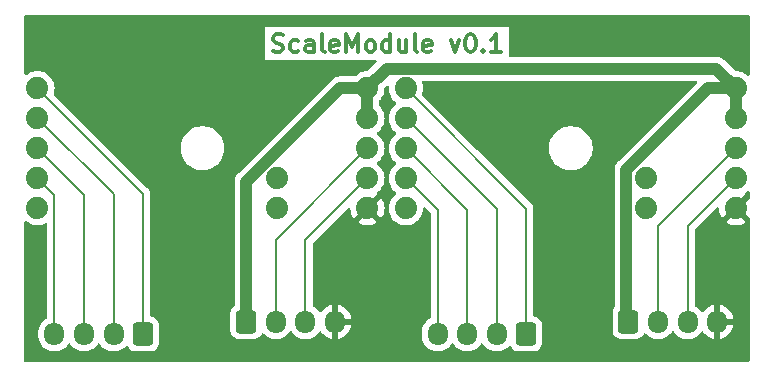
<source format=gtl>
%TF.GenerationSoftware,KiCad,Pcbnew,8.0.1*%
%TF.CreationDate,2024-04-28T18:39:05+02:00*%
%TF.ProjectId,ScaleModule,5363616c-654d-46f6-9475-6c652e6b6963,v0.1*%
%TF.SameCoordinates,Original*%
%TF.FileFunction,Copper,L1,Top*%
%TF.FilePolarity,Positive*%
%FSLAX46Y46*%
G04 Gerber Fmt 4.6, Leading zero omitted, Abs format (unit mm)*
G04 Created by KiCad (PCBNEW 8.0.1) date 2024-04-28 18:39:05*
%MOMM*%
%LPD*%
G01*
G04 APERTURE LIST*
G04 Aperture macros list*
%AMRoundRect*
0 Rectangle with rounded corners*
0 $1 Rounding radius*
0 $2 $3 $4 $5 $6 $7 $8 $9 X,Y pos of 4 corners*
0 Add a 4 corners polygon primitive as box body*
4,1,4,$2,$3,$4,$5,$6,$7,$8,$9,$2,$3,0*
0 Add four circle primitives for the rounded corners*
1,1,$1+$1,$2,$3*
1,1,$1+$1,$4,$5*
1,1,$1+$1,$6,$7*
1,1,$1+$1,$8,$9*
0 Add four rect primitives between the rounded corners*
20,1,$1+$1,$2,$3,$4,$5,0*
20,1,$1+$1,$4,$5,$6,$7,0*
20,1,$1+$1,$6,$7,$8,$9,0*
20,1,$1+$1,$8,$9,$2,$3,0*%
G04 Aperture macros list end*
%ADD10C,0.300000*%
%TA.AperFunction,NonConductor*%
%ADD11C,0.300000*%
%TD*%
%TA.AperFunction,ComponentPad*%
%ADD12RoundRect,0.250000X-0.600000X-0.725000X0.600000X-0.725000X0.600000X0.725000X-0.600000X0.725000X0*%
%TD*%
%TA.AperFunction,ComponentPad*%
%ADD13O,1.700000X1.950000*%
%TD*%
%TA.AperFunction,ComponentPad*%
%ADD14RoundRect,0.250000X0.600000X0.725000X-0.600000X0.725000X-0.600000X-0.725000X0.600000X-0.725000X0*%
%TD*%
%TA.AperFunction,ComponentPad*%
%ADD15C,1.879600*%
%TD*%
%TA.AperFunction,Conductor*%
%ADD16C,0.200000*%
%TD*%
%TA.AperFunction,Conductor*%
%ADD17C,1.000000*%
%TD*%
G04 APERTURE END LIST*
D10*
D11*
X130757144Y-92406900D02*
X130971430Y-92478328D01*
X130971430Y-92478328D02*
X131328572Y-92478328D01*
X131328572Y-92478328D02*
X131471430Y-92406900D01*
X131471430Y-92406900D02*
X131542858Y-92335471D01*
X131542858Y-92335471D02*
X131614287Y-92192614D01*
X131614287Y-92192614D02*
X131614287Y-92049757D01*
X131614287Y-92049757D02*
X131542858Y-91906900D01*
X131542858Y-91906900D02*
X131471430Y-91835471D01*
X131471430Y-91835471D02*
X131328572Y-91764042D01*
X131328572Y-91764042D02*
X131042858Y-91692614D01*
X131042858Y-91692614D02*
X130900001Y-91621185D01*
X130900001Y-91621185D02*
X130828572Y-91549757D01*
X130828572Y-91549757D02*
X130757144Y-91406900D01*
X130757144Y-91406900D02*
X130757144Y-91264042D01*
X130757144Y-91264042D02*
X130828572Y-91121185D01*
X130828572Y-91121185D02*
X130900001Y-91049757D01*
X130900001Y-91049757D02*
X131042858Y-90978328D01*
X131042858Y-90978328D02*
X131400001Y-90978328D01*
X131400001Y-90978328D02*
X131614287Y-91049757D01*
X132900001Y-92406900D02*
X132757143Y-92478328D01*
X132757143Y-92478328D02*
X132471429Y-92478328D01*
X132471429Y-92478328D02*
X132328572Y-92406900D01*
X132328572Y-92406900D02*
X132257143Y-92335471D01*
X132257143Y-92335471D02*
X132185715Y-92192614D01*
X132185715Y-92192614D02*
X132185715Y-91764042D01*
X132185715Y-91764042D02*
X132257143Y-91621185D01*
X132257143Y-91621185D02*
X132328572Y-91549757D01*
X132328572Y-91549757D02*
X132471429Y-91478328D01*
X132471429Y-91478328D02*
X132757143Y-91478328D01*
X132757143Y-91478328D02*
X132900001Y-91549757D01*
X134185715Y-92478328D02*
X134185715Y-91692614D01*
X134185715Y-91692614D02*
X134114286Y-91549757D01*
X134114286Y-91549757D02*
X133971429Y-91478328D01*
X133971429Y-91478328D02*
X133685715Y-91478328D01*
X133685715Y-91478328D02*
X133542857Y-91549757D01*
X134185715Y-92406900D02*
X134042857Y-92478328D01*
X134042857Y-92478328D02*
X133685715Y-92478328D01*
X133685715Y-92478328D02*
X133542857Y-92406900D01*
X133542857Y-92406900D02*
X133471429Y-92264042D01*
X133471429Y-92264042D02*
X133471429Y-92121185D01*
X133471429Y-92121185D02*
X133542857Y-91978328D01*
X133542857Y-91978328D02*
X133685715Y-91906900D01*
X133685715Y-91906900D02*
X134042857Y-91906900D01*
X134042857Y-91906900D02*
X134185715Y-91835471D01*
X135114286Y-92478328D02*
X134971429Y-92406900D01*
X134971429Y-92406900D02*
X134900000Y-92264042D01*
X134900000Y-92264042D02*
X134900000Y-90978328D01*
X136257143Y-92406900D02*
X136114286Y-92478328D01*
X136114286Y-92478328D02*
X135828572Y-92478328D01*
X135828572Y-92478328D02*
X135685714Y-92406900D01*
X135685714Y-92406900D02*
X135614286Y-92264042D01*
X135614286Y-92264042D02*
X135614286Y-91692614D01*
X135614286Y-91692614D02*
X135685714Y-91549757D01*
X135685714Y-91549757D02*
X135828572Y-91478328D01*
X135828572Y-91478328D02*
X136114286Y-91478328D01*
X136114286Y-91478328D02*
X136257143Y-91549757D01*
X136257143Y-91549757D02*
X136328572Y-91692614D01*
X136328572Y-91692614D02*
X136328572Y-91835471D01*
X136328572Y-91835471D02*
X135614286Y-91978328D01*
X136971428Y-92478328D02*
X136971428Y-90978328D01*
X136971428Y-90978328D02*
X137471428Y-92049757D01*
X137471428Y-92049757D02*
X137971428Y-90978328D01*
X137971428Y-90978328D02*
X137971428Y-92478328D01*
X138900000Y-92478328D02*
X138757143Y-92406900D01*
X138757143Y-92406900D02*
X138685714Y-92335471D01*
X138685714Y-92335471D02*
X138614286Y-92192614D01*
X138614286Y-92192614D02*
X138614286Y-91764042D01*
X138614286Y-91764042D02*
X138685714Y-91621185D01*
X138685714Y-91621185D02*
X138757143Y-91549757D01*
X138757143Y-91549757D02*
X138900000Y-91478328D01*
X138900000Y-91478328D02*
X139114286Y-91478328D01*
X139114286Y-91478328D02*
X139257143Y-91549757D01*
X139257143Y-91549757D02*
X139328572Y-91621185D01*
X139328572Y-91621185D02*
X139400000Y-91764042D01*
X139400000Y-91764042D02*
X139400000Y-92192614D01*
X139400000Y-92192614D02*
X139328572Y-92335471D01*
X139328572Y-92335471D02*
X139257143Y-92406900D01*
X139257143Y-92406900D02*
X139114286Y-92478328D01*
X139114286Y-92478328D02*
X138900000Y-92478328D01*
X140685715Y-92478328D02*
X140685715Y-90978328D01*
X140685715Y-92406900D02*
X140542857Y-92478328D01*
X140542857Y-92478328D02*
X140257143Y-92478328D01*
X140257143Y-92478328D02*
X140114286Y-92406900D01*
X140114286Y-92406900D02*
X140042857Y-92335471D01*
X140042857Y-92335471D02*
X139971429Y-92192614D01*
X139971429Y-92192614D02*
X139971429Y-91764042D01*
X139971429Y-91764042D02*
X140042857Y-91621185D01*
X140042857Y-91621185D02*
X140114286Y-91549757D01*
X140114286Y-91549757D02*
X140257143Y-91478328D01*
X140257143Y-91478328D02*
X140542857Y-91478328D01*
X140542857Y-91478328D02*
X140685715Y-91549757D01*
X142042858Y-91478328D02*
X142042858Y-92478328D01*
X141400000Y-91478328D02*
X141400000Y-92264042D01*
X141400000Y-92264042D02*
X141471429Y-92406900D01*
X141471429Y-92406900D02*
X141614286Y-92478328D01*
X141614286Y-92478328D02*
X141828572Y-92478328D01*
X141828572Y-92478328D02*
X141971429Y-92406900D01*
X141971429Y-92406900D02*
X142042858Y-92335471D01*
X142971429Y-92478328D02*
X142828572Y-92406900D01*
X142828572Y-92406900D02*
X142757143Y-92264042D01*
X142757143Y-92264042D02*
X142757143Y-90978328D01*
X144114286Y-92406900D02*
X143971429Y-92478328D01*
X143971429Y-92478328D02*
X143685715Y-92478328D01*
X143685715Y-92478328D02*
X143542857Y-92406900D01*
X143542857Y-92406900D02*
X143471429Y-92264042D01*
X143471429Y-92264042D02*
X143471429Y-91692614D01*
X143471429Y-91692614D02*
X143542857Y-91549757D01*
X143542857Y-91549757D02*
X143685715Y-91478328D01*
X143685715Y-91478328D02*
X143971429Y-91478328D01*
X143971429Y-91478328D02*
X144114286Y-91549757D01*
X144114286Y-91549757D02*
X144185715Y-91692614D01*
X144185715Y-91692614D02*
X144185715Y-91835471D01*
X144185715Y-91835471D02*
X143471429Y-91978328D01*
X145828571Y-91478328D02*
X146185714Y-92478328D01*
X146185714Y-92478328D02*
X146542857Y-91478328D01*
X147400000Y-90978328D02*
X147542857Y-90978328D01*
X147542857Y-90978328D02*
X147685714Y-91049757D01*
X147685714Y-91049757D02*
X147757143Y-91121185D01*
X147757143Y-91121185D02*
X147828571Y-91264042D01*
X147828571Y-91264042D02*
X147900000Y-91549757D01*
X147900000Y-91549757D02*
X147900000Y-91906900D01*
X147900000Y-91906900D02*
X147828571Y-92192614D01*
X147828571Y-92192614D02*
X147757143Y-92335471D01*
X147757143Y-92335471D02*
X147685714Y-92406900D01*
X147685714Y-92406900D02*
X147542857Y-92478328D01*
X147542857Y-92478328D02*
X147400000Y-92478328D01*
X147400000Y-92478328D02*
X147257143Y-92406900D01*
X147257143Y-92406900D02*
X147185714Y-92335471D01*
X147185714Y-92335471D02*
X147114285Y-92192614D01*
X147114285Y-92192614D02*
X147042857Y-91906900D01*
X147042857Y-91906900D02*
X147042857Y-91549757D01*
X147042857Y-91549757D02*
X147114285Y-91264042D01*
X147114285Y-91264042D02*
X147185714Y-91121185D01*
X147185714Y-91121185D02*
X147257143Y-91049757D01*
X147257143Y-91049757D02*
X147400000Y-90978328D01*
X148542856Y-92335471D02*
X148614285Y-92406900D01*
X148614285Y-92406900D02*
X148542856Y-92478328D01*
X148542856Y-92478328D02*
X148471428Y-92406900D01*
X148471428Y-92406900D02*
X148542856Y-92335471D01*
X148542856Y-92335471D02*
X148542856Y-92478328D01*
X150042857Y-92478328D02*
X149185714Y-92478328D01*
X149614285Y-92478328D02*
X149614285Y-90978328D01*
X149614285Y-90978328D02*
X149471428Y-91192614D01*
X149471428Y-91192614D02*
X149328571Y-91335471D01*
X149328571Y-91335471D02*
X149185714Y-91406900D01*
D12*
%TO.P,J2_2,1,Pin_1*%
%TO.N,+3.3V*%
X160850000Y-115295000D03*
D13*
%TO.P,J2_2,2,Pin_2*%
%TO.N,Net-(J2_2-Pin_2)*%
X163350000Y-115295000D03*
%TO.P,J2_2,3,Pin_3*%
%TO.N,Net-(J2_2-Pin_3)*%
X165850000Y-115295000D03*
%TO.P,J2_2,4,Pin_4*%
%TO.N,GND*%
X168350000Y-115295000D03*
%TD*%
D14*
%TO.P,J2_1,1,Pin_1*%
%TO.N,Net-(J2_1-Pin_1)*%
X152200000Y-116345000D03*
D13*
%TO.P,J2_1,2,Pin_2*%
%TO.N,Net-(J2_1-Pin_2)*%
X149700000Y-116345000D03*
%TO.P,J2_1,3,Pin_3*%
%TO.N,Net-(J2_1-Pin_3)*%
X147200000Y-116345000D03*
%TO.P,J2_1,4,Pin_4*%
%TO.N,Net-(J2_1-Pin_4)*%
X144700000Y-116345000D03*
%TD*%
D12*
%TO.P,J1_2,1,Pin_1*%
%TO.N,+3.3V*%
X128500000Y-115295000D03*
D13*
%TO.P,J1_2,2,Pin_2*%
%TO.N,Net-(J1_2-Pin_2)*%
X131000000Y-115295000D03*
%TO.P,J1_2,3,Pin_3*%
%TO.N,Net-(J1_2-Pin_3)*%
X133500000Y-115295000D03*
%TO.P,J1_2,4,Pin_4*%
%TO.N,GND*%
X136000000Y-115295000D03*
%TD*%
D14*
%TO.P,J1_1,1,Pin_1*%
%TO.N,Net-(J1_1-Pin_1)*%
X119750000Y-116345000D03*
D13*
%TO.P,J1_1,2,Pin_2*%
%TO.N,Net-(J1_1-Pin_2)*%
X117250000Y-116345000D03*
%TO.P,J1_1,3,Pin_3*%
%TO.N,Net-(J1_1-Pin_3)*%
X114750000Y-116345000D03*
%TO.P,J1_1,4,Pin_4*%
%TO.N,Net-(J1_1-Pin_4)*%
X112250000Y-116345000D03*
%TD*%
D15*
%TO.P,U1,1,RED*%
%TO.N,Net-(J1_1-Pin_1)*%
X110810000Y-95520000D03*
%TO.P,U1,2,BLK*%
%TO.N,Net-(J1_1-Pin_2)*%
X110810000Y-98060000D03*
%TO.P,U1,3,WHT*%
%TO.N,Net-(J1_1-Pin_3)*%
X110810000Y-100600000D03*
%TO.P,U1,4,GRN*%
%TO.N,Net-(J1_1-Pin_4)*%
X110810000Y-103140000D03*
%TO.P,U1,5,YLW*%
%TO.N,unconnected-(U1-YLW-Pad5)*%
X110810000Y-105680000D03*
%TO.P,U1,6,GND*%
%TO.N,GND*%
X138750000Y-105680000D03*
%TO.P,U1,7,CLK*%
%TO.N,Net-(J1_2-Pin_3)*%
X138750000Y-103140000D03*
%TO.P,U1,8,DAT*%
%TO.N,Net-(J1_2-Pin_2)*%
X138750000Y-100600000D03*
%TO.P,U1,9,VCC*%
%TO.N,+3.3V*%
X138750000Y-98060000D03*
%TO.P,U1,10,VDD*%
X138750000Y-95520000D03*
%TO.P,U1,11,B+*%
%TO.N,unconnected-(U1-B+-Pad11)*%
X131130000Y-103140000D03*
%TO.P,U1,12,B-*%
%TO.N,unconnected-(U1-B--Pad12)*%
X131130000Y-105680000D03*
%TD*%
%TO.P,U2,1,RED*%
%TO.N,Net-(J2_1-Pin_1)*%
X142000000Y-95520000D03*
%TO.P,U2,2,BLK*%
%TO.N,Net-(J2_1-Pin_2)*%
X142000000Y-98060000D03*
%TO.P,U2,3,WHT*%
%TO.N,Net-(J2_1-Pin_3)*%
X142000000Y-100600000D03*
%TO.P,U2,4,GRN*%
%TO.N,Net-(J2_1-Pin_4)*%
X142000000Y-103140000D03*
%TO.P,U2,5,YLW*%
%TO.N,unconnected-(U2-YLW-Pad5)*%
X142000000Y-105680000D03*
%TO.P,U2,6,GND*%
%TO.N,GND*%
X169940000Y-105680000D03*
%TO.P,U2,7,CLK*%
%TO.N,Net-(J2_2-Pin_3)*%
X169940000Y-103140000D03*
%TO.P,U2,8,DAT*%
%TO.N,Net-(J2_2-Pin_2)*%
X169940000Y-100600000D03*
%TO.P,U2,9,VCC*%
%TO.N,+3.3V*%
X169940000Y-98060000D03*
%TO.P,U2,10,VDD*%
X169940000Y-95520000D03*
%TO.P,U2,11,B+*%
%TO.N,unconnected-(U2-B+-Pad11)*%
X162320000Y-103140000D03*
%TO.P,U2,12,B-*%
%TO.N,unconnected-(U2-B--Pad12)*%
X162320000Y-105680000D03*
%TD*%
D16*
%TO.N,Net-(J1_1-Pin_4)*%
X112250000Y-104580000D02*
X110810000Y-103140000D01*
X112250000Y-116345000D02*
X112250000Y-104580000D01*
%TO.N,Net-(J1_1-Pin_3)*%
X114750000Y-104540000D02*
X110810000Y-100600000D01*
X114750000Y-116345000D02*
X114750000Y-104540000D01*
%TO.N,Net-(J1_1-Pin_1)*%
X119750000Y-104460000D02*
X110810000Y-95520000D01*
X119750000Y-116345000D02*
X119750000Y-104460000D01*
%TO.N,Net-(J1_1-Pin_2)*%
X117250000Y-104500000D02*
X110810000Y-98060000D01*
X117250000Y-116345000D02*
X117250000Y-104500000D01*
%TO.N,Net-(J1_2-Pin_2)*%
X131000000Y-108350000D02*
X131000000Y-115295000D01*
X138750000Y-100600000D02*
X131000000Y-108350000D01*
%TO.N,Net-(J1_2-Pin_3)*%
X133500000Y-108390000D02*
X133500000Y-115295000D01*
X138750000Y-103140000D02*
X133500000Y-108390000D01*
%TO.N,Net-(J2_1-Pin_1)*%
X152200000Y-116345000D02*
X152200000Y-105720000D01*
X152200000Y-105720000D02*
X142000000Y-95520000D01*
%TO.N,Net-(J2_1-Pin_3)*%
X147200000Y-105800000D02*
X142000000Y-100600000D01*
X147200000Y-116345000D02*
X147200000Y-105800000D01*
%TO.N,Net-(J2_1-Pin_4)*%
X144700000Y-105840000D02*
X142000000Y-103140000D01*
X144700000Y-116345000D02*
X144700000Y-105840000D01*
%TO.N,Net-(J2_1-Pin_2)*%
X149700000Y-116345000D02*
X149700000Y-105760000D01*
X149700000Y-105760000D02*
X142000000Y-98060000D01*
%TO.N,Net-(J2_2-Pin_3)*%
X165850000Y-107230000D02*
X165850000Y-115295000D01*
X169940000Y-103140000D02*
X165850000Y-107230000D01*
%TO.N,Net-(J2_2-Pin_2)*%
X169940000Y-100600000D02*
X163350000Y-107190000D01*
X163350000Y-107190000D02*
X163350000Y-115295000D01*
D17*
%TO.N,+3.3V*%
X167620972Y-95520000D02*
X169940000Y-95520000D01*
X128500000Y-103450972D02*
X136430972Y-95520000D01*
X168300200Y-93880200D02*
X140389800Y-93880200D01*
X160680200Y-102460772D02*
X167620972Y-95520000D01*
X138750000Y-95520000D02*
X138750000Y-98060000D01*
X140389800Y-93880200D02*
X138750000Y-95520000D01*
X160680200Y-115125200D02*
X160680200Y-102460772D01*
X169940000Y-95520000D02*
X169940000Y-98060000D01*
X128500000Y-115295000D02*
X128500000Y-103450972D01*
X160850000Y-115295000D02*
X160680200Y-115125200D01*
X136430972Y-95520000D02*
X138750000Y-95520000D01*
X169940000Y-95520000D02*
X168300200Y-93880200D01*
%TD*%
%TA.AperFunction,Conductor*%
%TO.N,GND*%
G36*
X171042539Y-89340185D02*
G01*
X171088294Y-89392989D01*
X171099500Y-89444500D01*
X171099500Y-94343678D01*
X171079815Y-94410717D01*
X171027011Y-94456472D01*
X170957853Y-94466416D01*
X170899338Y-94441532D01*
X170730470Y-94310098D01*
X170730469Y-94310097D01*
X170634152Y-94257972D01*
X170520546Y-94196491D01*
X170520541Y-94196489D01*
X170294786Y-94118988D01*
X170137826Y-94092796D01*
X170059347Y-94079700D01*
X170059346Y-94079700D01*
X169965983Y-94079700D01*
X169898944Y-94060015D01*
X169878302Y-94043381D01*
X169084409Y-93249489D01*
X169084406Y-93249485D01*
X169084406Y-93249486D01*
X169077339Y-93242419D01*
X169077339Y-93242418D01*
X168937982Y-93103061D01*
X168937981Y-93103060D01*
X168937980Y-93103059D01*
X168774120Y-92993571D01*
X168774111Y-92993566D01*
X168701515Y-92963496D01*
X168645365Y-92940238D01*
X168592036Y-92918149D01*
X168592032Y-92918148D01*
X168592028Y-92918146D01*
X168495388Y-92898924D01*
X168398744Y-92879700D01*
X168398741Y-92879700D01*
X150822357Y-92879700D01*
X150755318Y-92860015D01*
X150709563Y-92807211D01*
X150698357Y-92755700D01*
X150698357Y-90319984D01*
X130099919Y-90319984D01*
X130099919Y-93135553D01*
X139420164Y-93135553D01*
X139487203Y-93155238D01*
X139532958Y-93208042D01*
X139542902Y-93277200D01*
X139513877Y-93340756D01*
X139507845Y-93347234D01*
X138811699Y-94043381D01*
X138750376Y-94076866D01*
X138724018Y-94079700D01*
X138630653Y-94079700D01*
X138571793Y-94089522D01*
X138395213Y-94118988D01*
X138169458Y-94196489D01*
X138169453Y-94196491D01*
X137959529Y-94310098D01*
X137771167Y-94456705D01*
X137771159Y-94456712D01*
X137750201Y-94479481D01*
X137690315Y-94515473D01*
X137658970Y-94519500D01*
X136332427Y-94519500D01*
X136235784Y-94538724D01*
X136139139Y-94557947D01*
X136139133Y-94557949D01*
X136085806Y-94580037D01*
X136085806Y-94580038D01*
X136040876Y-94598649D01*
X135957061Y-94633366D01*
X135957051Y-94633371D01*
X135793191Y-94742859D01*
X135723512Y-94812538D01*
X135653833Y-94882218D01*
X135653830Y-94882221D01*
X127862221Y-102673830D01*
X127862218Y-102673833D01*
X127792538Y-102743512D01*
X127722859Y-102813191D01*
X127613371Y-102977052D01*
X127613364Y-102977065D01*
X127587019Y-103040671D01*
X127573445Y-103073443D01*
X127545876Y-103139999D01*
X127537950Y-103159133D01*
X127537947Y-103159141D01*
X127499500Y-103352428D01*
X127499500Y-113866042D01*
X127479815Y-113933081D01*
X127440598Y-113971580D01*
X127431344Y-113977287D01*
X127307289Y-114101342D01*
X127215187Y-114250663D01*
X127215185Y-114250668D01*
X127210325Y-114265334D01*
X127160001Y-114417203D01*
X127160001Y-114417204D01*
X127160000Y-114417204D01*
X127149500Y-114519983D01*
X127149500Y-116070001D01*
X127149501Y-116070018D01*
X127160000Y-116172796D01*
X127160001Y-116172799D01*
X127205894Y-116311294D01*
X127215186Y-116339334D01*
X127307288Y-116488656D01*
X127431344Y-116612712D01*
X127580666Y-116704814D01*
X127747203Y-116759999D01*
X127849991Y-116770500D01*
X129150008Y-116770499D01*
X129252797Y-116759999D01*
X129419334Y-116704814D01*
X129568656Y-116612712D01*
X129692712Y-116488656D01*
X129784814Y-116339334D01*
X129784814Y-116339331D01*
X129788178Y-116333879D01*
X129840126Y-116287154D01*
X129909088Y-116275931D01*
X129973170Y-116303774D01*
X129981398Y-116311294D01*
X130120213Y-116450109D01*
X130292179Y-116575048D01*
X130292181Y-116575049D01*
X130292184Y-116575051D01*
X130481588Y-116671557D01*
X130683757Y-116737246D01*
X130893713Y-116770500D01*
X130893714Y-116770500D01*
X131106286Y-116770500D01*
X131106287Y-116770500D01*
X131316243Y-116737246D01*
X131518412Y-116671557D01*
X131707816Y-116575051D01*
X131729789Y-116559086D01*
X131879786Y-116450109D01*
X131879788Y-116450106D01*
X131879792Y-116450104D01*
X132030104Y-116299792D01*
X132149683Y-116135204D01*
X132205011Y-116092540D01*
X132274624Y-116086561D01*
X132336420Y-116119166D01*
X132350313Y-116135199D01*
X132452560Y-116275931D01*
X132469896Y-116299792D01*
X132620213Y-116450109D01*
X132792179Y-116575048D01*
X132792181Y-116575049D01*
X132792184Y-116575051D01*
X132981588Y-116671557D01*
X133183757Y-116737246D01*
X133393713Y-116770500D01*
X133393714Y-116770500D01*
X133606286Y-116770500D01*
X133606287Y-116770500D01*
X133816243Y-116737246D01*
X134018412Y-116671557D01*
X134207816Y-116575051D01*
X134229789Y-116559086D01*
X134379786Y-116450109D01*
X134379788Y-116450106D01*
X134379792Y-116450104D01*
X134530104Y-116299792D01*
X134649991Y-116134779D01*
X134705320Y-116092115D01*
X134774933Y-116086136D01*
X134836729Y-116118741D01*
X134850627Y-116134781D01*
X134970272Y-116299459D01*
X134970276Y-116299464D01*
X135120535Y-116449723D01*
X135120540Y-116449727D01*
X135292442Y-116574620D01*
X135481782Y-116671095D01*
X135683871Y-116736757D01*
X135750000Y-116747231D01*
X135750000Y-115699145D01*
X135816657Y-115737630D01*
X135937465Y-115770000D01*
X136062535Y-115770000D01*
X136183343Y-115737630D01*
X136250000Y-115699145D01*
X136250000Y-116747230D01*
X136316126Y-116736757D01*
X136316129Y-116736757D01*
X136518217Y-116671095D01*
X136707557Y-116574620D01*
X136879459Y-116449727D01*
X136879464Y-116449723D01*
X137029723Y-116299464D01*
X137029727Y-116299459D01*
X137154620Y-116127557D01*
X137251095Y-115938217D01*
X137316757Y-115736130D01*
X137316757Y-115736127D01*
X137347030Y-115545000D01*
X136404146Y-115545000D01*
X136442630Y-115478343D01*
X136475000Y-115357535D01*
X136475000Y-115232465D01*
X136442630Y-115111657D01*
X136404146Y-115045000D01*
X137347030Y-115045000D01*
X137316757Y-114853872D01*
X137316757Y-114853869D01*
X137251095Y-114651782D01*
X137154620Y-114462442D01*
X137029727Y-114290540D01*
X137029723Y-114290535D01*
X136879464Y-114140276D01*
X136879459Y-114140272D01*
X136707557Y-114015379D01*
X136518215Y-113918903D01*
X136316124Y-113853241D01*
X136250000Y-113842768D01*
X136250000Y-114890854D01*
X136183343Y-114852370D01*
X136062535Y-114820000D01*
X135937465Y-114820000D01*
X135816657Y-114852370D01*
X135750000Y-114890854D01*
X135750000Y-113842768D01*
X135749999Y-113842768D01*
X135683875Y-113853241D01*
X135481784Y-113918903D01*
X135292442Y-114015379D01*
X135120540Y-114140272D01*
X135120535Y-114140276D01*
X134970276Y-114290535D01*
X134970272Y-114290540D01*
X134850627Y-114455218D01*
X134795297Y-114497884D01*
X134725684Y-114503863D01*
X134663889Y-114471257D01*
X134649991Y-114455218D01*
X134530109Y-114290214D01*
X134530105Y-114290209D01*
X134379786Y-114139890D01*
X134207815Y-114014948D01*
X134207814Y-114014947D01*
X134168205Y-113994765D01*
X134117409Y-113946791D01*
X134100500Y-113884281D01*
X134100500Y-108690096D01*
X134120185Y-108623057D01*
X134136814Y-108602420D01*
X137097277Y-105641957D01*
X137158595Y-105608475D01*
X137228287Y-105613459D01*
X137284220Y-105655331D01*
X137308529Y-105719401D01*
X137324967Y-105917787D01*
X137324969Y-105917796D01*
X137383545Y-106149104D01*
X137479392Y-106367617D01*
X137570055Y-106506388D01*
X138260504Y-105815940D01*
X138276619Y-105876081D01*
X138343498Y-105991920D01*
X138438080Y-106086502D01*
X138553919Y-106153381D01*
X138614057Y-106169495D01*
X137922840Y-106860712D01*
X137922840Y-106860713D01*
X137959802Y-106889482D01*
X137959807Y-106889485D01*
X138169650Y-107003046D01*
X138169660Y-107003051D01*
X138395335Y-107080525D01*
X138630696Y-107119800D01*
X138869304Y-107119800D01*
X139104664Y-107080525D01*
X139330339Y-107003051D01*
X139330349Y-107003046D01*
X139540191Y-106889486D01*
X139540197Y-106889481D01*
X139577158Y-106860713D01*
X139577159Y-106860711D01*
X138885942Y-106169494D01*
X138946081Y-106153381D01*
X139061920Y-106086502D01*
X139156502Y-105991920D01*
X139223381Y-105876081D01*
X139239495Y-105815942D01*
X139929942Y-106506389D01*
X140020608Y-106367614D01*
X140116454Y-106149104D01*
X140175030Y-105917796D01*
X140175032Y-105917788D01*
X140194735Y-105680006D01*
X140194735Y-105679993D01*
X140175032Y-105442211D01*
X140175030Y-105442203D01*
X140116454Y-105210895D01*
X140020607Y-104992382D01*
X139929942Y-104853609D01*
X139239494Y-105544057D01*
X139223381Y-105483919D01*
X139156502Y-105368080D01*
X139061920Y-105273498D01*
X138946081Y-105206619D01*
X138885941Y-105190504D01*
X139577158Y-104499286D01*
X139576684Y-104491649D01*
X139547760Y-104451459D01*
X139544085Y-104381686D01*
X139578717Y-104321003D01*
X139588573Y-104312462D01*
X139588979Y-104312146D01*
X139728832Y-104203295D01*
X139890494Y-104027682D01*
X140021047Y-103827856D01*
X140116929Y-103609267D01*
X140175525Y-103377878D01*
X140193650Y-103159141D01*
X140195236Y-103140005D01*
X140195236Y-103139994D01*
X140175526Y-102902130D01*
X140175524Y-102902118D01*
X140116929Y-102670732D01*
X140021048Y-102452147D01*
X140021047Y-102452144D01*
X139890494Y-102252318D01*
X139728832Y-102076705D01*
X139588978Y-101967853D01*
X139548166Y-101911143D01*
X139544491Y-101841370D01*
X139579122Y-101780687D01*
X139588979Y-101772146D01*
X139728832Y-101663295D01*
X139890494Y-101487682D01*
X140021047Y-101287856D01*
X140116929Y-101069267D01*
X140175525Y-100837878D01*
X140195236Y-100600000D01*
X140193138Y-100574681D01*
X140175526Y-100362130D01*
X140175524Y-100362118D01*
X140116929Y-100130732D01*
X140021048Y-99912147D01*
X140021047Y-99912144D01*
X139890494Y-99712318D01*
X139728832Y-99536705D01*
X139588978Y-99427853D01*
X139548166Y-99371143D01*
X139544491Y-99301370D01*
X139579122Y-99240687D01*
X139588979Y-99232146D01*
X139622907Y-99205739D01*
X139728832Y-99123295D01*
X139890494Y-98947682D01*
X140021047Y-98747856D01*
X140116929Y-98529267D01*
X140175525Y-98297878D01*
X140195236Y-98060000D01*
X140193138Y-98034681D01*
X140175526Y-97822130D01*
X140175524Y-97822118D01*
X140116929Y-97590732D01*
X140021048Y-97372147D01*
X140021047Y-97372144D01*
X139890494Y-97172318D01*
X139890492Y-97172316D01*
X139890491Y-97172314D01*
X139783270Y-97055839D01*
X139752348Y-96993184D01*
X139750500Y-96971857D01*
X139750500Y-96608142D01*
X139770185Y-96541103D01*
X139783270Y-96524159D01*
X139890494Y-96407682D01*
X140021047Y-96207856D01*
X140116929Y-95989267D01*
X140175525Y-95757878D01*
X140194221Y-95532240D01*
X140219374Y-95467060D01*
X140230108Y-95454811D01*
X140350796Y-95334123D01*
X140412117Y-95300640D01*
X140481809Y-95305624D01*
X140537742Y-95347496D01*
X140562159Y-95412960D01*
X140562052Y-95432045D01*
X140554765Y-95519994D01*
X140554764Y-95520004D01*
X140554764Y-95520005D01*
X140574473Y-95757869D01*
X140574475Y-95757881D01*
X140633070Y-95989267D01*
X140728951Y-96207852D01*
X140728953Y-96207856D01*
X140859506Y-96407682D01*
X141021168Y-96583295D01*
X141021171Y-96583297D01*
X141021174Y-96583300D01*
X141161020Y-96692147D01*
X141201833Y-96748857D01*
X141205508Y-96818630D01*
X141170876Y-96879313D01*
X141161020Y-96887853D01*
X141021174Y-96996699D01*
X141021171Y-96996702D01*
X140859506Y-97172317D01*
X140728951Y-97372147D01*
X140633070Y-97590732D01*
X140574475Y-97822118D01*
X140574473Y-97822130D01*
X140554764Y-98059994D01*
X140554764Y-98060005D01*
X140574473Y-98297869D01*
X140574475Y-98297881D01*
X140633070Y-98529267D01*
X140728951Y-98747852D01*
X140728953Y-98747856D01*
X140859506Y-98947682D01*
X141021168Y-99123295D01*
X141021171Y-99123297D01*
X141021174Y-99123300D01*
X141161020Y-99232147D01*
X141201833Y-99288857D01*
X141205508Y-99358630D01*
X141170876Y-99419313D01*
X141161020Y-99427853D01*
X141021174Y-99536699D01*
X141021171Y-99536702D01*
X140859506Y-99712317D01*
X140728951Y-99912147D01*
X140633070Y-100130732D01*
X140574475Y-100362118D01*
X140574473Y-100362130D01*
X140554764Y-100599994D01*
X140554764Y-100600005D01*
X140574473Y-100837869D01*
X140574475Y-100837881D01*
X140633070Y-101069267D01*
X140728951Y-101287852D01*
X140728953Y-101287856D01*
X140859506Y-101487682D01*
X141021168Y-101663295D01*
X141021171Y-101663297D01*
X141021174Y-101663300D01*
X141161020Y-101772147D01*
X141201833Y-101828857D01*
X141205508Y-101898630D01*
X141170876Y-101959313D01*
X141161020Y-101967853D01*
X141021174Y-102076699D01*
X141021171Y-102076702D01*
X140859506Y-102252317D01*
X140728951Y-102452147D01*
X140633070Y-102670732D01*
X140574475Y-102902118D01*
X140574473Y-102902130D01*
X140554764Y-103139994D01*
X140554764Y-103140005D01*
X140574473Y-103377869D01*
X140574475Y-103377881D01*
X140633070Y-103609267D01*
X140704009Y-103770990D01*
X140728953Y-103827856D01*
X140859506Y-104027682D01*
X141021168Y-104203295D01*
X141021171Y-104203297D01*
X141021174Y-104203300D01*
X141161020Y-104312147D01*
X141201833Y-104368857D01*
X141205508Y-104438630D01*
X141170876Y-104499313D01*
X141161020Y-104507853D01*
X141021174Y-104616699D01*
X141021171Y-104616702D01*
X140859506Y-104792317D01*
X140728951Y-104992147D01*
X140633070Y-105210732D01*
X140574475Y-105442118D01*
X140574473Y-105442130D01*
X140554764Y-105679993D01*
X140554764Y-105680005D01*
X140574473Y-105917869D01*
X140574475Y-105917881D01*
X140633070Y-106149267D01*
X140728847Y-106367614D01*
X140728953Y-106367856D01*
X140859506Y-106567682D01*
X141021168Y-106743295D01*
X141209531Y-106889903D01*
X141343519Y-106962414D01*
X141409661Y-106998209D01*
X141419455Y-107003509D01*
X141645216Y-107081012D01*
X141880653Y-107120300D01*
X141880654Y-107120300D01*
X142119346Y-107120300D01*
X142119347Y-107120300D01*
X142354784Y-107081012D01*
X142580545Y-107003509D01*
X142790469Y-106889903D01*
X142978832Y-106743295D01*
X143140494Y-106567682D01*
X143271047Y-106367856D01*
X143366929Y-106149267D01*
X143425525Y-105917878D01*
X143425532Y-105917796D01*
X143441933Y-105719866D01*
X143467086Y-105654681D01*
X143523488Y-105613443D01*
X143593231Y-105609245D01*
X143653188Y-105642424D01*
X143761823Y-105751058D01*
X144063181Y-106052416D01*
X144096666Y-106113739D01*
X144099500Y-106140097D01*
X144099500Y-114934281D01*
X144079815Y-115001320D01*
X144031795Y-115044765D01*
X143992185Y-115064947D01*
X143992184Y-115064948D01*
X143820213Y-115189890D01*
X143669890Y-115340213D01*
X143544951Y-115512179D01*
X143448444Y-115701585D01*
X143382753Y-115903760D01*
X143349500Y-116113713D01*
X143349500Y-116576286D01*
X143382753Y-116786239D01*
X143448444Y-116988414D01*
X143544951Y-117177820D01*
X143669890Y-117349786D01*
X143820213Y-117500109D01*
X143992179Y-117625048D01*
X143992181Y-117625049D01*
X143992184Y-117625051D01*
X144181588Y-117721557D01*
X144383757Y-117787246D01*
X144593713Y-117820500D01*
X144593714Y-117820500D01*
X144806286Y-117820500D01*
X144806287Y-117820500D01*
X145016243Y-117787246D01*
X145218412Y-117721557D01*
X145407816Y-117625051D01*
X145429789Y-117609086D01*
X145579786Y-117500109D01*
X145579788Y-117500106D01*
X145579792Y-117500104D01*
X145730104Y-117349792D01*
X145849683Y-117185204D01*
X145905011Y-117142540D01*
X145974624Y-117136561D01*
X146036420Y-117169166D01*
X146050313Y-117185199D01*
X146153925Y-117327809D01*
X146169896Y-117349792D01*
X146320213Y-117500109D01*
X146492179Y-117625048D01*
X146492181Y-117625049D01*
X146492184Y-117625051D01*
X146681588Y-117721557D01*
X146883757Y-117787246D01*
X147093713Y-117820500D01*
X147093714Y-117820500D01*
X147306286Y-117820500D01*
X147306287Y-117820500D01*
X147516243Y-117787246D01*
X147718412Y-117721557D01*
X147907816Y-117625051D01*
X147929789Y-117609086D01*
X148079786Y-117500109D01*
X148079788Y-117500106D01*
X148079792Y-117500104D01*
X148230104Y-117349792D01*
X148349683Y-117185204D01*
X148405011Y-117142540D01*
X148474624Y-117136561D01*
X148536420Y-117169166D01*
X148550313Y-117185199D01*
X148653925Y-117327809D01*
X148669896Y-117349792D01*
X148820213Y-117500109D01*
X148992179Y-117625048D01*
X148992181Y-117625049D01*
X148992184Y-117625051D01*
X149181588Y-117721557D01*
X149383757Y-117787246D01*
X149593713Y-117820500D01*
X149593714Y-117820500D01*
X149806286Y-117820500D01*
X149806287Y-117820500D01*
X150016243Y-117787246D01*
X150218412Y-117721557D01*
X150407816Y-117625051D01*
X150579792Y-117500104D01*
X150718604Y-117361291D01*
X150779923Y-117327809D01*
X150849615Y-117332793D01*
X150905549Y-117374664D01*
X150911821Y-117383878D01*
X150915185Y-117389333D01*
X150915186Y-117389334D01*
X151007288Y-117538656D01*
X151131344Y-117662712D01*
X151280666Y-117754814D01*
X151447203Y-117809999D01*
X151549991Y-117820500D01*
X152850008Y-117820499D01*
X152952797Y-117809999D01*
X153119334Y-117754814D01*
X153268656Y-117662712D01*
X153392712Y-117538656D01*
X153484814Y-117389334D01*
X153539999Y-117222797D01*
X153550500Y-117120009D01*
X153550499Y-115569992D01*
X153546034Y-115526287D01*
X153539999Y-115467203D01*
X153539998Y-115467200D01*
X153505823Y-115364068D01*
X153484814Y-115300666D01*
X153392712Y-115151344D01*
X153268656Y-115027288D01*
X153119334Y-114935186D01*
X152952797Y-114880001D01*
X152952795Y-114880000D01*
X152911896Y-114875822D01*
X152847205Y-114849425D01*
X152807054Y-114792244D01*
X152800500Y-114752464D01*
X152800500Y-105640945D01*
X152800500Y-105640943D01*
X152759577Y-105488216D01*
X152733012Y-105442203D01*
X152680524Y-105351290D01*
X152680521Y-105351286D01*
X152680520Y-105351284D01*
X152568716Y-105239480D01*
X152568715Y-105239479D01*
X152564385Y-105235149D01*
X152564374Y-105235139D01*
X148050523Y-100721288D01*
X154119500Y-100721288D01*
X154151161Y-100961785D01*
X154213947Y-101196104D01*
X154251952Y-101287856D01*
X154306776Y-101420212D01*
X154428064Y-101630289D01*
X154428066Y-101630292D01*
X154428067Y-101630293D01*
X154575733Y-101822736D01*
X154575739Y-101822743D01*
X154747256Y-101994260D01*
X154747262Y-101994265D01*
X154939711Y-102141936D01*
X155149788Y-102263224D01*
X155373900Y-102356054D01*
X155608211Y-102418838D01*
X155788586Y-102442584D01*
X155848711Y-102450500D01*
X155848712Y-102450500D01*
X156091289Y-102450500D01*
X156139388Y-102444167D01*
X156331789Y-102418838D01*
X156566100Y-102356054D01*
X156790212Y-102263224D01*
X157000289Y-102141936D01*
X157192738Y-101994265D01*
X157364265Y-101822738D01*
X157511936Y-101630289D01*
X157633224Y-101420212D01*
X157726054Y-101196100D01*
X157788838Y-100961789D01*
X157820500Y-100721288D01*
X157820500Y-100478712D01*
X157788838Y-100238211D01*
X157726054Y-100003900D01*
X157633224Y-99779788D01*
X157511936Y-99569711D01*
X157364265Y-99377262D01*
X157364260Y-99377256D01*
X157192743Y-99205739D01*
X157192736Y-99205733D01*
X157000293Y-99058067D01*
X157000292Y-99058066D01*
X157000289Y-99058064D01*
X156790212Y-98936776D01*
X156790205Y-98936773D01*
X156566104Y-98843947D01*
X156331785Y-98781161D01*
X156091289Y-98749500D01*
X156091288Y-98749500D01*
X155848712Y-98749500D01*
X155848711Y-98749500D01*
X155608214Y-98781161D01*
X155373895Y-98843947D01*
X155149794Y-98936773D01*
X155149785Y-98936777D01*
X154939706Y-99058067D01*
X154747263Y-99205733D01*
X154747256Y-99205739D01*
X154575739Y-99377256D01*
X154575733Y-99377263D01*
X154428067Y-99569706D01*
X154306777Y-99779785D01*
X154306773Y-99779794D01*
X154213947Y-100003895D01*
X154151161Y-100238214D01*
X154119500Y-100478711D01*
X154119500Y-100721288D01*
X148050523Y-100721288D01*
X143406964Y-96077729D01*
X143373479Y-96016406D01*
X143374440Y-95959607D01*
X143425522Y-95757890D01*
X143425524Y-95757881D01*
X143425525Y-95757878D01*
X143425526Y-95757869D01*
X143445236Y-95520005D01*
X143445236Y-95519994D01*
X143425526Y-95282130D01*
X143425524Y-95282118D01*
X143375835Y-95085903D01*
X143366929Y-95050733D01*
X143366927Y-95050729D01*
X143365266Y-95045890D01*
X143367394Y-95045159D01*
X143359674Y-94985260D01*
X143389625Y-94922136D01*
X143448949Y-94885225D01*
X143482141Y-94880700D01*
X166545989Y-94880700D01*
X166613028Y-94900385D01*
X166658783Y-94953189D01*
X166668727Y-95022347D01*
X166639702Y-95085903D01*
X166633670Y-95092381D01*
X160042421Y-101683630D01*
X160042418Y-101683633D01*
X160004435Y-101721616D01*
X159903059Y-101822991D01*
X159793571Y-101986851D01*
X159793566Y-101986861D01*
X159740238Y-102115607D01*
X159718150Y-102168931D01*
X159718147Y-102168939D01*
X159702764Y-102246280D01*
X159702764Y-102246281D01*
X159679700Y-102362228D01*
X159679700Y-114029898D01*
X159660610Y-114094907D01*
X159661080Y-114095197D01*
X159660022Y-114096911D01*
X159660015Y-114096937D01*
X159659953Y-114097023D01*
X159565187Y-114250663D01*
X159565185Y-114250668D01*
X159560325Y-114265334D01*
X159510001Y-114417203D01*
X159510001Y-114417204D01*
X159510000Y-114417204D01*
X159499500Y-114519983D01*
X159499500Y-116070001D01*
X159499501Y-116070018D01*
X159510000Y-116172796D01*
X159510001Y-116172799D01*
X159555894Y-116311294D01*
X159565186Y-116339334D01*
X159657288Y-116488656D01*
X159781344Y-116612712D01*
X159930666Y-116704814D01*
X160097203Y-116759999D01*
X160199991Y-116770500D01*
X161500008Y-116770499D01*
X161602797Y-116759999D01*
X161769334Y-116704814D01*
X161918656Y-116612712D01*
X162042712Y-116488656D01*
X162134814Y-116339334D01*
X162134814Y-116339331D01*
X162138178Y-116333879D01*
X162190126Y-116287154D01*
X162259088Y-116275931D01*
X162323170Y-116303774D01*
X162331398Y-116311294D01*
X162470213Y-116450109D01*
X162642179Y-116575048D01*
X162642181Y-116575049D01*
X162642184Y-116575051D01*
X162831588Y-116671557D01*
X163033757Y-116737246D01*
X163243713Y-116770500D01*
X163243714Y-116770500D01*
X163456286Y-116770500D01*
X163456287Y-116770500D01*
X163666243Y-116737246D01*
X163868412Y-116671557D01*
X164057816Y-116575051D01*
X164079789Y-116559086D01*
X164229786Y-116450109D01*
X164229788Y-116450106D01*
X164229792Y-116450104D01*
X164380104Y-116299792D01*
X164499683Y-116135204D01*
X164555011Y-116092540D01*
X164624624Y-116086561D01*
X164686420Y-116119166D01*
X164700313Y-116135199D01*
X164802560Y-116275931D01*
X164819896Y-116299792D01*
X164970213Y-116450109D01*
X165142179Y-116575048D01*
X165142181Y-116575049D01*
X165142184Y-116575051D01*
X165331588Y-116671557D01*
X165533757Y-116737246D01*
X165743713Y-116770500D01*
X165743714Y-116770500D01*
X165956286Y-116770500D01*
X165956287Y-116770500D01*
X166166243Y-116737246D01*
X166368412Y-116671557D01*
X166557816Y-116575051D01*
X166579789Y-116559086D01*
X166729786Y-116450109D01*
X166729788Y-116450106D01*
X166729792Y-116450104D01*
X166880104Y-116299792D01*
X166999991Y-116134779D01*
X167055320Y-116092115D01*
X167124933Y-116086136D01*
X167186729Y-116118741D01*
X167200627Y-116134781D01*
X167320272Y-116299459D01*
X167320276Y-116299464D01*
X167470535Y-116449723D01*
X167470540Y-116449727D01*
X167642442Y-116574620D01*
X167831782Y-116671095D01*
X168033871Y-116736757D01*
X168100000Y-116747231D01*
X168100000Y-115699145D01*
X168166657Y-115737630D01*
X168287465Y-115770000D01*
X168412535Y-115770000D01*
X168533343Y-115737630D01*
X168600000Y-115699145D01*
X168600000Y-116747230D01*
X168666126Y-116736757D01*
X168666129Y-116736757D01*
X168868217Y-116671095D01*
X169057557Y-116574620D01*
X169229459Y-116449727D01*
X169229464Y-116449723D01*
X169379723Y-116299464D01*
X169379727Y-116299459D01*
X169504620Y-116127557D01*
X169601095Y-115938217D01*
X169666757Y-115736130D01*
X169666757Y-115736127D01*
X169697030Y-115545000D01*
X168754146Y-115545000D01*
X168792630Y-115478343D01*
X168825000Y-115357535D01*
X168825000Y-115232465D01*
X168792630Y-115111657D01*
X168754146Y-115045000D01*
X169697030Y-115045000D01*
X169666757Y-114853872D01*
X169666757Y-114853869D01*
X169601095Y-114651782D01*
X169504620Y-114462442D01*
X169379727Y-114290540D01*
X169379723Y-114290535D01*
X169229464Y-114140276D01*
X169229459Y-114140272D01*
X169057557Y-114015379D01*
X168868215Y-113918903D01*
X168666124Y-113853241D01*
X168600000Y-113842768D01*
X168600000Y-114890854D01*
X168533343Y-114852370D01*
X168412535Y-114820000D01*
X168287465Y-114820000D01*
X168166657Y-114852370D01*
X168100000Y-114890854D01*
X168100000Y-113842768D01*
X168099999Y-113842768D01*
X168033875Y-113853241D01*
X167831784Y-113918903D01*
X167642442Y-114015379D01*
X167470540Y-114140272D01*
X167470535Y-114140276D01*
X167320276Y-114290535D01*
X167320272Y-114290540D01*
X167200627Y-114455218D01*
X167145297Y-114497884D01*
X167075684Y-114503863D01*
X167013889Y-114471257D01*
X166999991Y-114455218D01*
X166880109Y-114290214D01*
X166880105Y-114290209D01*
X166729786Y-114139890D01*
X166557815Y-114014948D01*
X166557814Y-114014947D01*
X166518205Y-113994765D01*
X166467409Y-113946791D01*
X166450500Y-113884281D01*
X166450500Y-107530096D01*
X166470185Y-107463057D01*
X166486814Y-107442420D01*
X168287277Y-105641957D01*
X168348595Y-105608475D01*
X168418286Y-105613459D01*
X168474220Y-105655331D01*
X168498529Y-105719401D01*
X168514967Y-105917787D01*
X168514969Y-105917796D01*
X168573545Y-106149104D01*
X168669392Y-106367617D01*
X168760055Y-106506388D01*
X169450504Y-105815940D01*
X169466619Y-105876081D01*
X169533498Y-105991920D01*
X169628080Y-106086502D01*
X169743919Y-106153381D01*
X169804057Y-106169495D01*
X169112840Y-106860712D01*
X169112840Y-106860713D01*
X169149802Y-106889482D01*
X169149807Y-106889485D01*
X169359650Y-107003046D01*
X169359660Y-107003051D01*
X169585335Y-107080525D01*
X169820696Y-107119800D01*
X170059304Y-107119800D01*
X170294664Y-107080525D01*
X170520339Y-107003051D01*
X170520349Y-107003046D01*
X170730191Y-106889486D01*
X170730197Y-106889481D01*
X170767158Y-106860713D01*
X170767159Y-106860711D01*
X170075942Y-106169494D01*
X170136081Y-106153381D01*
X170251920Y-106086502D01*
X170346502Y-105991920D01*
X170413381Y-105876081D01*
X170429495Y-105815941D01*
X171063181Y-106449627D01*
X171096666Y-106510950D01*
X171099500Y-106537308D01*
X171099500Y-118595500D01*
X171079815Y-118662539D01*
X171027011Y-118708294D01*
X170975500Y-118719500D01*
X109824500Y-118719500D01*
X109757461Y-118699815D01*
X109711706Y-118647011D01*
X109700500Y-118595500D01*
X109700500Y-106895237D01*
X109720185Y-106828198D01*
X109772989Y-106782443D01*
X109842147Y-106772499D01*
X109900660Y-106797382D01*
X109982759Y-106861282D01*
X110018988Y-106889481D01*
X110019531Y-106889903D01*
X110153519Y-106962414D01*
X110219661Y-106998209D01*
X110229455Y-107003509D01*
X110455216Y-107081012D01*
X110690653Y-107120300D01*
X110690654Y-107120300D01*
X110929346Y-107120300D01*
X110929347Y-107120300D01*
X111164784Y-107081012D01*
X111390545Y-107003509D01*
X111447881Y-106972480D01*
X111466482Y-106962414D01*
X111534810Y-106947818D01*
X111600182Y-106972480D01*
X111641843Y-107028571D01*
X111649500Y-107071468D01*
X111649500Y-114934281D01*
X111629815Y-115001320D01*
X111581795Y-115044765D01*
X111542185Y-115064947D01*
X111542184Y-115064948D01*
X111370213Y-115189890D01*
X111219890Y-115340213D01*
X111094951Y-115512179D01*
X110998444Y-115701585D01*
X110932753Y-115903760D01*
X110899500Y-116113713D01*
X110899500Y-116576286D01*
X110932753Y-116786239D01*
X110998444Y-116988414D01*
X111094951Y-117177820D01*
X111219890Y-117349786D01*
X111370213Y-117500109D01*
X111542179Y-117625048D01*
X111542181Y-117625049D01*
X111542184Y-117625051D01*
X111731588Y-117721557D01*
X111933757Y-117787246D01*
X112143713Y-117820500D01*
X112143714Y-117820500D01*
X112356286Y-117820500D01*
X112356287Y-117820500D01*
X112566243Y-117787246D01*
X112768412Y-117721557D01*
X112957816Y-117625051D01*
X112979789Y-117609086D01*
X113129786Y-117500109D01*
X113129788Y-117500106D01*
X113129792Y-117500104D01*
X113280104Y-117349792D01*
X113399683Y-117185204D01*
X113455011Y-117142540D01*
X113524624Y-117136561D01*
X113586420Y-117169166D01*
X113600313Y-117185199D01*
X113703925Y-117327809D01*
X113719896Y-117349792D01*
X113870213Y-117500109D01*
X114042179Y-117625048D01*
X114042181Y-117625049D01*
X114042184Y-117625051D01*
X114231588Y-117721557D01*
X114433757Y-117787246D01*
X114643713Y-117820500D01*
X114643714Y-117820500D01*
X114856286Y-117820500D01*
X114856287Y-117820500D01*
X115066243Y-117787246D01*
X115268412Y-117721557D01*
X115457816Y-117625051D01*
X115479789Y-117609086D01*
X115629786Y-117500109D01*
X115629788Y-117500106D01*
X115629792Y-117500104D01*
X115780104Y-117349792D01*
X115899683Y-117185204D01*
X115955011Y-117142540D01*
X116024624Y-117136561D01*
X116086420Y-117169166D01*
X116100313Y-117185199D01*
X116203925Y-117327809D01*
X116219896Y-117349792D01*
X116370213Y-117500109D01*
X116542179Y-117625048D01*
X116542181Y-117625049D01*
X116542184Y-117625051D01*
X116731588Y-117721557D01*
X116933757Y-117787246D01*
X117143713Y-117820500D01*
X117143714Y-117820500D01*
X117356286Y-117820500D01*
X117356287Y-117820500D01*
X117566243Y-117787246D01*
X117768412Y-117721557D01*
X117957816Y-117625051D01*
X118129792Y-117500104D01*
X118268604Y-117361291D01*
X118329923Y-117327809D01*
X118399615Y-117332793D01*
X118455549Y-117374664D01*
X118461821Y-117383878D01*
X118465185Y-117389333D01*
X118465186Y-117389334D01*
X118557288Y-117538656D01*
X118681344Y-117662712D01*
X118830666Y-117754814D01*
X118997203Y-117809999D01*
X119099991Y-117820500D01*
X120400008Y-117820499D01*
X120502797Y-117809999D01*
X120669334Y-117754814D01*
X120818656Y-117662712D01*
X120942712Y-117538656D01*
X121034814Y-117389334D01*
X121089999Y-117222797D01*
X121100500Y-117120009D01*
X121100499Y-115569992D01*
X121096034Y-115526287D01*
X121089999Y-115467203D01*
X121089998Y-115467200D01*
X121055823Y-115364068D01*
X121034814Y-115300666D01*
X120942712Y-115151344D01*
X120818656Y-115027288D01*
X120669334Y-114935186D01*
X120502797Y-114880001D01*
X120502795Y-114880000D01*
X120461896Y-114875822D01*
X120397205Y-114849425D01*
X120357054Y-114792244D01*
X120350500Y-114752464D01*
X120350500Y-104380946D01*
X120350500Y-104380943D01*
X120333185Y-104316321D01*
X120323182Y-104278986D01*
X120323182Y-104278985D01*
X120309578Y-104228218D01*
X120309577Y-104228215D01*
X120263553Y-104148500D01*
X120263552Y-104148498D01*
X120230521Y-104091286D01*
X120230520Y-104091284D01*
X120118716Y-103979480D01*
X120118715Y-103979479D01*
X120114385Y-103975149D01*
X120114374Y-103975139D01*
X116860523Y-100721288D01*
X122929500Y-100721288D01*
X122961161Y-100961785D01*
X123023947Y-101196104D01*
X123061952Y-101287856D01*
X123116776Y-101420212D01*
X123238064Y-101630289D01*
X123238066Y-101630292D01*
X123238067Y-101630293D01*
X123385733Y-101822736D01*
X123385739Y-101822743D01*
X123557256Y-101994260D01*
X123557262Y-101994265D01*
X123749711Y-102141936D01*
X123959788Y-102263224D01*
X124183900Y-102356054D01*
X124418211Y-102418838D01*
X124598586Y-102442584D01*
X124658711Y-102450500D01*
X124658712Y-102450500D01*
X124901289Y-102450500D01*
X124949388Y-102444167D01*
X125141789Y-102418838D01*
X125376100Y-102356054D01*
X125600212Y-102263224D01*
X125810289Y-102141936D01*
X126002738Y-101994265D01*
X126174265Y-101822738D01*
X126321936Y-101630289D01*
X126443224Y-101420212D01*
X126536054Y-101196100D01*
X126598838Y-100961789D01*
X126630500Y-100721288D01*
X126630500Y-100478712D01*
X126598838Y-100238211D01*
X126536054Y-100003900D01*
X126443224Y-99779788D01*
X126321936Y-99569711D01*
X126174265Y-99377262D01*
X126174260Y-99377256D01*
X126002743Y-99205739D01*
X126002736Y-99205733D01*
X125810293Y-99058067D01*
X125810292Y-99058066D01*
X125810289Y-99058064D01*
X125600212Y-98936776D01*
X125600205Y-98936773D01*
X125376104Y-98843947D01*
X125141785Y-98781161D01*
X124901289Y-98749500D01*
X124901288Y-98749500D01*
X124658712Y-98749500D01*
X124658711Y-98749500D01*
X124418214Y-98781161D01*
X124183895Y-98843947D01*
X123959794Y-98936773D01*
X123959785Y-98936777D01*
X123749706Y-99058067D01*
X123557263Y-99205733D01*
X123557256Y-99205739D01*
X123385739Y-99377256D01*
X123385733Y-99377263D01*
X123238067Y-99569706D01*
X123116777Y-99779785D01*
X123116773Y-99779794D01*
X123023947Y-100003895D01*
X122961161Y-100238214D01*
X122929500Y-100478711D01*
X122929500Y-100721288D01*
X116860523Y-100721288D01*
X112216964Y-96077729D01*
X112183479Y-96016406D01*
X112184440Y-95959607D01*
X112235522Y-95757890D01*
X112235524Y-95757881D01*
X112235525Y-95757878D01*
X112235526Y-95757869D01*
X112255236Y-95520005D01*
X112255236Y-95519994D01*
X112235526Y-95282130D01*
X112235524Y-95282118D01*
X112176929Y-95050732D01*
X112103011Y-94882218D01*
X112081047Y-94832144D01*
X111950494Y-94632318D01*
X111788832Y-94456705D01*
X111600469Y-94310097D01*
X111504152Y-94257972D01*
X111390546Y-94196491D01*
X111390541Y-94196489D01*
X111164786Y-94118988D01*
X111007826Y-94092796D01*
X110929347Y-94079700D01*
X110690653Y-94079700D01*
X110631793Y-94089522D01*
X110455213Y-94118988D01*
X110229458Y-94196489D01*
X110229453Y-94196491D01*
X110019529Y-94310098D01*
X109900662Y-94402616D01*
X109835668Y-94428258D01*
X109767128Y-94414691D01*
X109716803Y-94366223D01*
X109700500Y-94304762D01*
X109700500Y-89444500D01*
X109720185Y-89377461D01*
X109772989Y-89331706D01*
X109824500Y-89320500D01*
X170975500Y-89320500D01*
X171042539Y-89340185D01*
G37*
%TD.AperFunction*%
%TA.AperFunction,Conductor*%
G36*
X171032872Y-104206392D02*
G01*
X171083197Y-104254860D01*
X171099500Y-104316321D01*
X171099500Y-104822691D01*
X171079815Y-104889730D01*
X171063181Y-104910372D01*
X170429495Y-105544057D01*
X170413381Y-105483919D01*
X170346502Y-105368080D01*
X170251920Y-105273498D01*
X170136081Y-105206619D01*
X170075941Y-105190504D01*
X170767158Y-104499286D01*
X170766684Y-104491649D01*
X170737760Y-104451459D01*
X170734085Y-104381686D01*
X170768717Y-104321003D01*
X170778573Y-104312463D01*
X170899338Y-104218468D01*
X170964332Y-104192825D01*
X171032872Y-104206392D01*
G37*
%TD.AperFunction*%
%TD*%
M02*

</source>
